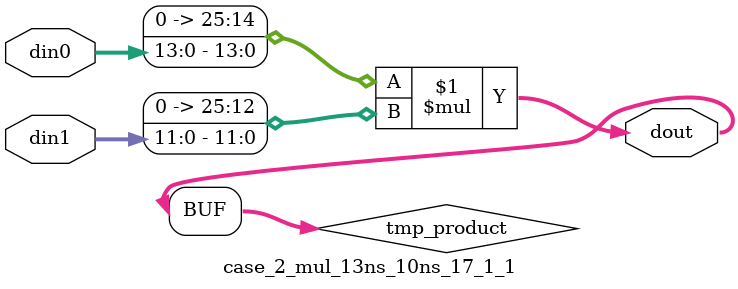
<source format=v>

`timescale 1 ns / 1 ps

 (* use_dsp = "no" *)  module case_2_mul_13ns_10ns_17_1_1(din0, din1, dout);
parameter ID = 1;
parameter NUM_STAGE = 0;
parameter din0_WIDTH = 14;
parameter din1_WIDTH = 12;
parameter dout_WIDTH = 26;

input [din0_WIDTH - 1 : 0] din0; 
input [din1_WIDTH - 1 : 0] din1; 
output [dout_WIDTH - 1 : 0] dout;

wire signed [dout_WIDTH - 1 : 0] tmp_product;
























assign tmp_product = $signed({1'b0, din0}) * $signed({1'b0, din1});











assign dout = tmp_product;





















endmodule

</source>
